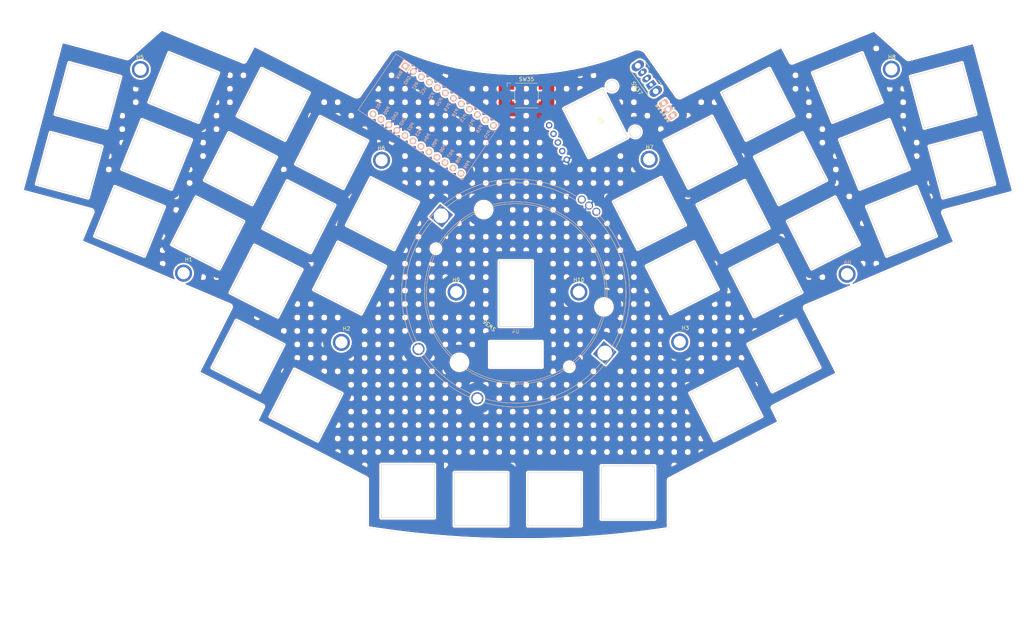
<source format=kicad_pcb>
(kicad_pcb (version 20211014) (generator pcbnew)
  (layers (0 "F.Cu" signal) (31 "B.Cu" signal) (34 "B.Paste" user) (35 "F.Paste" user) (36 "B.SilkS" user "B.Silkscreen") (37 "F.SilkS" user "F.Silkscreen") (38 "B.Mask" user) (39 "F.Mask" user) (44 "Edge.Cuts" user))
  (net 0 "")
  (net 1 "VCC")
  (net 2 "GND")
  (net 3 "row_1")
  (net 4 "row_0")
  (net 5 "row_3")
  (net 6 "row_2")
  (net 7 "MOSI")
  (net 8 "MOTION")
  (net 9 "NCS")
  (net 10 "MISO")
  (net 11 "SCLK")
  (net 12 "EncL")
  (net 13 "EncR")
  (net 14 "SDA")
  (net 15 "SCL")
  (net 16 "SR_CS")
  (net 20 "row_4")
  (net 21 "RESET")
  (net 23 "bat+")
  (net 24 "RAW")
  (footprint "Alaa:14mm-switch-hole" (layer "F.Cu") (at 32.444251 64.695898 -15)
    (fp_text reference "SW7" hide)
    (fp_text value "SW_Push" hide)
    (fp_line (start -6.98 -7.01) (end 7.02 -6.99) (layer "Edge.Cuts") (width 0.12))
    (fp_line (start 7.01 7) (end -6.99 7) (layer "Edge.Cuts") (width 0.12))
    (fp_line (start 7.02 -6.99) (end 7.01 7) (layer "Edge.Cuts") (width 0.12))
    (fp_line (start -6.99 7) (end -6.98 -7.01) (layer "Edge.Cuts") (width 0.12))
  )
  (footprint "Alaa:14mm-switch-hole" (layer "F.Cu") (at 220.353362 114.873321 27)
    (fp_text reference "SW26" hide)
    (fp_text value "SW_Push" hide)
    (fp_line (start -6.98 -7.01) (end 7.02 -6.99) (layer "Edge.Cuts") (width 0.12))
    (fp_line (start 7.01 7) (end -6.99 7) (layer "Edge.Cuts") (width 0.12))
    (fp_line (start -6.99 7) (end -6.98 -7.01) (layer "Edge.Cuts") (width 0.12))
    (fp_line (start 7.02 -6.99) (end 7.01 7) (layer "Edge.Cuts") (width 0.12))
  )
  (footprint "Alaa:MountingHole_M3" (layer "F.Cu") (at 166.447346 98.056076)
    (fp_text reference "H10" (at 0 -3.2) (layer "F.SilkS"))
    (fp_text value "MountingHole_Pad")
    (pad "1" thru_hole circle (at 0 0) (size 4.5 4.5) (drill 3.2) (layers *.Cu *.Mask))
  )
  (footprint "Alaa:14mm-switch-hole" (layer "F.Cu") (at 262.204578 46.342448 15)
    (fp_text reference "SW34" hide)
    (fp_text value "SW_Push" hide)
    (fp_line (start 7.02 -6.99) (end 7.01 7) (layer "Edge.Cuts") (width 0.12))
    (fp_line (start -6.98 -7.01) (end 7.02 -6.99) (layer "Edge.Cuts") (width 0.12))
    (fp_line (start 7.01 7) (end -6.99 7) (layer "Edge.Cuts") (width 0.12))
    (fp_line (start -6.99 7) (end -6.98 -7.01) (layer "Edge.Cuts") (width 0.12))
  )
  (footprint "Alaa:MountingHole_M3" (layer "F.Cu") (at 248.621075 39.43433 -2)
    (fp_text reference "H8" (at 0 -3.2 178) (layer "F.SilkS"))
    (fp_text value "MountingHole_Pad")
    (pad "1" thru_hole circle (at 0 0 358) (size 4.5 4.5) (drill 3.2) (layers *.Cu *.Mask))
  )
  (footprint "Alaa:MountingHole_M3" (layer "F.Cu") (at 134.189343 98.056079)
    (fp_text reference "H9" (at 0 -3.2) (layer "F.SilkS"))
    (fp_text value "MountingHole_Pad")
    (pad "1" thru_hole circle (at 0 0) (size 4.5 4.5) (drill 3.2) (layers *.Cu *.Mask))
  )
  (footprint "Alaa:14mm-switch-hole" (layer "F.Cu") (at 205.080694 127.73142 27)
    (fp_text reference "SW21" hide)
    (fp_text value "SW_Push" hide)
    (fp_line (start -6.98 -7.01) (end 7.02 -6.99) (layer "Edge.Cuts") (width 0.12))
    (fp_line (start 7.02 -6.99) (end 7.01 7) (layer "Edge.Cuts") (width 0.12))
    (fp_line (start -6.99 7) (end -6.98 -7.01) (layer "Edge.Cuts") (width 0.12))
    (fp_line (start 7.01 7) (end -6.99 7) (layer "Edge.Cuts") (width 0.12))
  )
  (footprint "Alaa:14mm-switch-hole" (layer "F.Cu") (at 206.97203 78.185598 27)
    (fp_text reference "SW25" hide)
    (fp_text value "SW_Push" hide)
    (fp_line (start -6.99 7) (end -6.98 -7.01) (layer "Edge.Cuts") (width 0.12))
    (fp_line (start -6.98 -7.01) (end 7.02 -6.99) (layer "Edge.Cuts") (width 0.12))
    (fp_line (start 7.02 -6.99) (end 7.01 7) (layer "Edge.Cuts") (width 0.12))
    (fp_line (start 7.01 7) (end -6.99 7) (layer "Edge.Cuts") (width 0.12))
  )
  (footprint "Alaa:14mm-switch-hole" (layer "F.Cu") (at 86.091612 48.665691 -27)
    (fp_text reference "SW4" hide)
    (fp_text value "SW_Push" hide)
    (fp_line (start 7.02 -6.99) (end 7.01 7) (layer "Edge.Cuts") (width 0.12))
    (fp_line (start -6.98 -7.01) (end 7.02 -6.99) (layer "Edge.Cuts") (width 0.12))
    (fp_line (start -6.99 7) (end -6.98 -7.01) (layer "Edge.Cuts") (width 0.12))
    (fp_line (start 7.01 7) (end -6.99 7) (layer "Edge.Cuts") (width 0.12))
  )
  (footprint "Alaa:14mm-switch-hole" (layer "F.Cu") (at 101.43973 61.330313 -27)
    (fp_text reference "SW8" hide)
    (fp_text value "SW_Push" hide)
    (fp_line (start 7.02 -6.99) (end 7.01 7) (layer "Edge.Cuts") (width 0.12))
    (fp_line (start -6.98 -7.01) (end 7.02 -6.99) (layer "Edge.Cuts") (width 0.12))
    (fp_line (start 7.01 7) (end -6.99 7) (layer "Edge.Cuts") (width 0.12))
    (fp_line (start -6.99 7) (end -6.98 -7.01) (layer "Edge.Cuts") (width 0.12))
  )
  (footprint "Alaa:14mm-switch-hole" (layer "F.Cu") (at 160.040932 152.589385)
    (fp_text reference "SW22" hide)
    (fp_text value "SW_Push" hide)
    (fp_line (start 7.01 7) (end -6.99 7) (layer "Edge.Cuts") (width 0.12))
    (fp_line (start -6.98 -7.01) (end 7.02 -6.99) (layer "Edge.Cuts") (width 0.12))
    (fp_line (start 7.02 -6.99) (end 7.01 7) (layer "Edge.Cuts") (width 0.12))
    (fp_line (start -6.99 7) (end -6.98 -7.01) (layer "Edge.Cuts") (width 0.12))
  )
  (footprint "Alaa:MountingHole_M3" (layer "F.Cu") (at 192.973895 111.098068 -1)
    (fp_text reference "H3" (at 1.388238 -3.568475) (layer "F.SilkS"))
    (fp_text value "MountingHole_Pad")
    (pad "1" thru_hole circle (at 0 0.1 359) (size 4.5 4.5) (drill 3.2) (layers *.Cu *.Mask))
  )
  (footprint "Alaa:14mm-switch-hole" (layer "F.Cu") (at 179.344934 150.811386)
    (fp_text reference "SW27" hide)
    (fp_text value "SW_Push" hide)
    (fp_line (start -6.99 7) (end -6.98 -7.01) (layer "Edge.Cuts") (width 0.12))
    (fp_line (start 7.02 -6.99) (end 7.01 7) (layer "Edge.Cuts") (width 0.12))
    (fp_line (start -6.98 -7.01) (end 7.02 -6.99) (layer "Edge.Cuts") (width 0.12))
    (fp_line (start 7.01 7) (end -6.99 7) (layer "Edge.Cuts") (width 0.12))
  )
  (footprint "Alaa:14mm-switch-hole" (layer "F.Cu") (at 244.146874 61.866371 22)
    (fp_text reference "SW33" hide)
    (fp_text value "SW_Push" hide)
    (fp_line (start -6.99 7) (end -6.98 -7.01) (layer "Edge.Cuts") (width 0.12))
    (fp_line (start 7.01 7) (end -6.99 7) (layer "Edge.Cuts") (width 0.12))
    (fp_line (start 7.02 -6.99) (end 7.01 7) (layer "Edge.Cuts") (width 0.12))
    (fp_line (start -6.98 -7.01) (end 7.02 -6.99) (layer "Edge.Cuts") (width 0.12))
  )
  (footprint "Alaa:MountingHole_M3" (layer "F.Cu") (at 114.577344 63.386078 1)
    (fp_text reference "H6" (at 0 -3.2 1) (layer "F.SilkS"))
    (fp_text value "MountingHole_Pad")
    (pad "1" thru_hole circle (at 0 0 1) (size 4.5 4.5) (drill 3.2) (layers *.Cu *.Mask))
  )
  (footprint "Alaa:14mm-switch-hole" (layer "F.Cu") (at 94.705249 127.805262 -27)
    (fp_text reference "SW16" hide)
    (fp_text value "SW_Push" hide)
    (fp_line (start 7.01 7) (end -6.99 7) (layer "Edge.Cuts") (width 0.12))
    (fp_line (start -6.98 -7.01) (end 7.02 -6.99) (layer "Edge.Cuts") (width 0.12))
    (fp_line (start -6.99 7) (end -6.98 -7.01) (layer "Edge.Cuts") (width 0.12))
    (fp_line (start 7.02 -6.99) (end 7.01 7) (layer "Edge.Cuts") (width 0.12))
  )
  (footprint "Alaa:14mm-switch-hole" (layer "F.Cu") (at 213.483369 48.670943 27)
    (fp_text reference "SW28" hide)
    (fp_text value "SW_Push" hide)
    (fp_line (start -6.98 -7.01) (end 7.02 -6.99) (layer "Edge.Cuts") (width 0.12))
    (fp_line (start 7.02 -6.99) (end 7.01 7) (layer "Edge.Cuts") (width 0.12))
    (fp_line (start -6.99 7) (end -6.98 -7.01) (layer "Edge.Cuts") (width 0.12))
    (fp_line (start 7.01 7) (end -6.99 7) (layer "Edge.Cuts") (width 0.12))
  )
  (footprint "Alaa:14mm-switch-hole" (layer "F.Cu") (at 77.465796 65.594815 -27)
    (fp_text reference "SW5" hide)
    (fp_text value "SW_Push" hide)
    (fp_line (start -6.98 -7.01) (end 7.02 -6.99) (layer "Edge.Cuts") (width 0.12))
    (fp_line (start 7.01 7) (end -6.99 7) (layer "Edge.Cuts") (width 0.12))
    (fp_line (start 7.02 -6.99) (end 7.01 7) (layer "Edge.Cuts") (width 0.12))
    (fp_line (start -6.99 7) (end -6.98 -7.01) (layer "Edge.Cuts") (width 0.12))
  )
  (footprint "Alaa:PERS56v2" (layer "F.Cu") (at 149.843347 98.302077 140)
    (fp_text reference "SW36" (at -0.186125 -10.989441 140 unlocked) (layer "F.SilkS"))
    (fp_text value "RotaryEncoder")
    (fp_circle (center 0 0) (end 29 0) (layer "B.SilkS") (width 0.1) (fill none))
    (fp_circle (center 0 0) (end 24 0) (layer "B.SilkS") (width 0.1) (fill none))
    (fp_circle (center 0 0) (end 30 0) (layer "B.SilkS") (width 0.1) (fill none))
    (fp_circle (center 0 0) (end 23.4935 0) (layer "B.SilkS") (width 0.1) (fill none))
    (fp_circle (center 0 0) (end 23.4935 0) (layer "F.SilkS") (width 0.1) (fill none))
    (fp_circle (center 0 0) (end 24 0) (layer "F.SilkS") (width 0.1) (fill none))
    (fp_circle (center 0 0) (end 29 0) (layer "F.SilkS") (width 0.1) (fill none))
    (fp_circle (center 0 0) (end 30 0) (layer "F.SilkS") (width 0.1) (fill none))
    (pad "" thru_hole circle (at 10.091931 -27.732996 140) (size 3.2 3.2) (drill 2.4) (layers *.Cu *.Mask))
    (pad "" np_thru_hole circle (at -0.399847 -23.484645 140) (size 4.2 4.2) (drill 4.2) (layers F&B.Cu *.Mask))
    (pad "" np_thru_hole circle (at 23.544338 -4.573199 140) (size 2.4 2.4) (drill 2.4) (layers F&B.Cu *.Mask))
    (pad "" thru_hole circle (at -10.094278 -27.7333 140) (size 3.2 3.2) (drill 2.4) (layers *.Cu *.Mask))
    (pad "" np_thru_hole circle (at -23.289742 -5.8064 140) (size 2.4 2.4) (drill 2.4) (layers F&B.Cu *.Mask))
    (pad "" np_thru_hole circle (at -20.134933 12.098289 140) (size 4.2 4.2) (drill 4.2) (layers F&B.Cu *.Mask))
    (pad "" np_thru_hole circle (at 20.548742 11.390354 140) (size 4.2 4.2) (drill 4.2) (layers F&B.Cu *.Mask))
    (pad "A" thru_hole circle (at -2.5 30 140) (size 2.1 2.1) (drill 1.5) (layers *.Cu *.Mask) (net 12 "EncL"))
    (pad "B" thru_hole circle (at 2.5 30 140) (size 2.1 2.1) (drill 1.5) (layers *.Cu *.Mask) (net 13 "EncR"))
    (pad "C" thru_hole circle (at 0 30 140) (size 2.1 2.1) (drill 1.5) (layers *.Cu *.Mask) (net 2 "GND"))
    (pad "MP" thru_hole rect (at -28.095244 2.952929 140) (size 4.4 4.4) (drill oval 3.8 3.9) (layers *.Cu *.Mask))
    (pad "MP" thru_hole rect (at 28.070731 2.95064 140) (size 4.4 4.4) (drill oval 3.8 3.9) (layers *.Cu *.Mask))
  )
  (footprint "Alaa:14mm-switch-hole" (layer "F.Cu") (at 84.188091 95.188563 -27)
    (fp_text reference "SW15" hide)
    (fp_text value "SW_Push" hide)
    (fp_line (start 7.01 7) (end -6.99 7) (layer "Edge.Cuts") (width 0.12))
    (fp_line (start 7.02 -6.99) (end 7.01 7) (layer "Edge.Cuts") (width 0.12))
    (fp_line (start -6.99 7) (end -6.98 -7.01) (layer "Edge.Cuts") (width 0.12))
    (fp_line (start -6.98 -7.01) (end 7.02 -6.99) (layer "Edge.Cuts") (width 0.12))
  )
  (footprint "Alaa:14mm-switch-hole" (layer "F.Cu") (at 267.130802 64.702496 15)
    (fp_text reference "SW31" hide)
    (fp_text value "SW_Push" hide)
    (fp_line (start 7.02 -6.99) (end 7.01 7) (layer "Edge.Cuts") (width 0.12))
    (fp_line (start -6.98 -7.01) (end 7.02 -6.99) (layer "Edge.Cuts") (width 0.12))
    (fp_line (start 7.01 7) (end -6.99 7) (layer "Edge.Cuts") (width 0.12))
    (fp_line (start -6.99 7) (end -6.98 -7.01) (layer "Edge.Cuts") (width 0.12))
  )
  (footprint "Alaa:MountingHole_M3" (layer "F.Cu") (at 104.010023 111.310117 1)
    (fp_text reference "H2" (at 1.388238 -3.568475 2) (layer "F.SilkS"))
    (fp_text value "MountingHole_Pad")
    (pad "1" thru_hole circle (at 0 0 1) (size 4.5 4.5) (drill 3.2) (layers *.Cu *.Mask))
  )
  (footprint "Alaa:14mm-switch-hole" (layer "F.Cu") (at 230.735006 82.52919 27)
    (fp_text reference "SW23" hide)
    (fp_text value "SW_Push" hide)
    (fp_line (start 7.02 -6.99) (end 7.01 7) (layer "Edge.Cuts") (width 0.12))
    (fp_line (start -6.98 -7.01) (end 7.02 -6.99) (layer "Edge.Cuts") (width 0.12))
    (fp_line (start 7.01 7) (end -6.99 7) (layer "Edge.Cuts") (width 0.12))
    (fp_line (start -6.99 7) (end -6.98 -7.01) (layer "Edge.Cuts") (width 0.12))
  )
  (footprint "Alaa:14mm-switch-hole" (layer "F.Cu") (at 48.310756 79.47723 -22)
    (fp_text reference "SW6" hide)
    (fp_text value "SW_Push" hide)
    (fp_line (start 7.01 7) (end -6.99 7) (layer "Edge.Cuts") (width 0.12))
    (fp_line (start 7.02 -6.99) (end 7.01 7) (layer "Edge.Cuts") (width 0.12))
    (fp_line (start -6.98 -7.01) (end 7.02 -6.99) (layer "Edge.Cuts") (width 0.12))
    (fp_line (start -6.99 7) (end -6.98 -7.01) (layer "Edge.Cuts") (width 0.12))
  )
  (footprint "Alaa:14mm-switch-hole" (layer "F.Cu") (at 121.435346 150.469387)
    (fp_text reference "SW12" hide)
    (fp_text value "SW_Push" hide)
    (fp_line (start 7.02 -6.99) (end 7.01 7) (layer "Edge.Cuts") (width 0.12))
    (fp_line (start -6.98 -7.01) (end 7.02 -6.99) (layer "Edge.Cuts") (width 0.12))
    (fp_line (start 7.01 7) (end -6.99 7) (layer "Edge.Cuts") (width 0.12))
    (fp_line (start -6.99 7) (end -6.98 -7.01) (layer "Edge.Cuts") (width 0.12))
  )
  (footprint "Alaa:14mm-switch-hole" (layer "F.Cu") (at 62.545805 44.244244 -22)
    (fp_text reference "SW1" hide)
    (fp_text value "SW_Push" hide)
    (fp_line (start -6.98 -7.01) (end 7.02 -6.99) (layer "Edge.Cuts") (width 0.12))
    (fp_line (start 7.02 -6.99) (end 7.01 7) (layer "Edge.Cuts") (width 0.12))
    (fp_line (start 7.01 7) (end -6.99 7) (layer "Edge.Cuts") (width 0.12))
    (fp_line (start -6.99 7) (end -6.98 -7.01) (layer "Edge.Cuts") (width 0.12))
  )
  (footprint "Alaa:14mm-switch-hole" (layer "F.Cu") (at 79.432579 114.947159 -27)
    (fp_text reference "SW11" hide)
    (fp_text value "SW_Push" hide)
    (fp_line (start -6.98 -7.01) (end 7.02 -6.99) (layer "Edge.Cuts") (width 0.12))
    (fp_line (start 7.02 -6.99) (end 7.01 7) (layer "Edge.Cuts") (width 0.12))
    (fp_line (start -6.99 7) (end -6.98 -7.01) (layer "Edge.Cuts") (width 0.12))
    (fp_line (start 7.01 7) (end -6.99 7) (layer "Edge.Cuts") (width 0.12))
  )
  (footprint "Alaa:14mm-switch-hole" (layer "F.Cu") (at 193.62043 94.30329 27)
    (fp_text reference "SW19" hide)
    (fp_text value "SW_Push" hide)
    (fp_line (start -6.99 7) (end -6.98 -7.01) (layer "Edge.Cuts") (width 0.12))
    (fp_line (start 7.02 -6.99) (end 7.01 7) (layer "Edge.Cuts") (width 0.12))
    (fp_line (start -6.98 -7.01) (end 7.02 -6.99) (layer "Edge.Cuts") (width 0.12))
    (fp_line (start 7.01 7) (end -6.99 7) (layer "Edge.Cuts") (width 0.12))
  )
  (footprint "Alaa:14mm-switch-hole" (layer "F.Cu") (at 37.354302 46.325507 -15)
    (fp_text reference "SW3" hide)
    (fp_text value "SW_Push" hide)
    (fp_line (start 7.01 7) (end -6.99 7) (layer "Edge.Cuts") (width 0.12))
    (fp_line (start -6.99 7) (end -6.98 -7.01) (layer "Edge.Cuts") (width 0.12))
    (fp_line (start -6.98 -7.01) (end 7.02 -6.99) (layer "Edge.Cuts") (width 0.12))
    (fp_line (start 7.02 -6.99) (end 7.01 7) (layer "Edge.Cuts") (width 0.12))
  )
  (footprint "Alaa:14mm-switch-hole" (layer "F.Cu") (at 68.839974 82.52394 -27)
    (fp_text reference "SW10" hide)
    (fp_text value "SW_Push" hide)
    (fp_line (start 7.01 7) (end -6.99 7) (layer "Edge.Cuts") (width 0.12))
    (fp_line (start -6.98 -7.01) (end 7.02 -6.99) (layer "Edge.Cuts") (width 0.12))
    (fp_line (start 7.02 -6.99) (end 7.01 7) (layer "Edge.Cuts") (width 0.12))
    (fp_line (start -6.99 7) (end -6.98 -7.01) (layer "Edge.Cuts") (width 0.12))
  )
  (footprint "Alaa:14mm-switch-hole" (layer "F.Cu") (at 237.02935 44.24988 22)
    (fp_text reference "SW32" hide)
    (fp_text value "SW_Push" hide)
    (fp_line (start -6.99 7) (end -6.98 -7.01) (layer "Edge.Cuts") (width 0.12))
    (fp_line (start 7.02 -6.99) (end 7.01 7) (layer "Edge.Cuts") (width 0.12))
    (fp_line (start 7.01 7) (end -6.99 7) (layer "Edge.Cuts") (width 0.12))
    (fp_line (start -6.98 -7.01) (end 7.02 -6.99) (layer "Edge.Cuts") (width 0.12))
  )
  (footprint "lib:bat" (layer "F.Cu") (at 189.922429 49.971966 -54)
    (fp_text reference "PAD1" hide)
    (fp_text value "" hide)
    (fp_text user "B+" (at 2 1.8 126) (layer "B.SilkS") (effects (font (size 0.8 0.8)) (justify mirror)))
    (fp_text user "B+" (at -2 1.8 126) (layer "B.SilkS") (effects (font (size 0.8 0.8)) (justify mirror)))
    (fp_text user "B-" (at 0 1.8 126) (layer "B.SilkS") (effects (font (size 0.8 0.8)) (justify mirror)))
    (fp_text user "B-" (at 0 1.8 126) (layer "F.SilkS") (effects (font (size 0.8 0.8))))
    (fp_text user "B+" (at -2 1.8 126) (layer "F.SilkS") (effects (font (size 0.8 0.8))))
    (fp_text user "B+" (at 2 1.8 126) (layer "F.SilkS") (effects (font (size 0.8 0.8))))
    (pad "1" thru_hole roundrect locked (at 2 0 306) (size 1.5 2.25) (drill 1.0922) (layers *.Cu *.SilkS *.Mask) (net 23 "bat+"))
    (pad "2" thru_hole roundrect locked (at 0 0 306) (size 1.5 2.25) (drill 1.0922) (layers *.Cu *.SilkS *.Mask) (net 2 "GND"))
    (pad "3" thru_hole roundrect locked (at -2 0 306) (size 1.5 2.25) (drill 1.0922) (layers *.Cu *.SilkS *.Mask) (net 23 "bat+"))
  )
  (footprint "Alaa:14mm-switch-hole" (layer "F.Cu") (at 92.813908 78.259438 -27)
    (fp_text reference "SW9" hide)
    (fp_text value "SW_Push" hide)
    (fp_line (start -6.99 7) (end -6.98 -7.01) (layer "Edge.Cuts") (width 0.12))
    (fp_line (start 7.01 7) (end -6.99 7) (layer "Edge.Cuts") (width 0.12))
    (fp_line (start 7.02 -6.99) (end 7.01 7) (layer "Edge.Cuts") (width 0.12))
    (fp_line (start -6.98 -7.01) (end 7.02 -6.99) (layer "Edge.Cuts") (width 0.12))
  )
  (footprint "Alaa:14mm-switch-hole" (layer "F.Cu") (at 114.79133 77.448007 -27)
    (fp_text reference "SW13" hide)
    (fp_text value "SW_Push" hide)
    (fp_line (start 7.02 -6.99) (end 7.01 7) (layer "Edge.Cuts") (width 0.12))
    (fp_line (start -6.99 7) (end -6.98 -7.01) (layer "Edge.Cuts") (width 0.12))
    (fp_line (start 7.01 7) (end -6.99 7) (layer "Edge.Cuts") (width 0.12))
    (fp_line (start -6.98 -7.01) (end 7.02 -6.99) (layer "Edge.Cuts") (width 0.12))
  )
  (footprint "Alaa:14mm-switch-hole" (layer "F.Cu") (at 184.994612 77.374165 27)
    (fp_text reference "SW18" hide)
    (fp_text value "SW_Push" hide)
    (fp_line (start -6.98 -7.01) (end 7.02 -6.99) (layer "Edge.Cuts") (width 0.12))
    (fp_line (start -6.99 7) (end -6.98 -7.01) (layer "Edge.Cuts") (width 0.12))
    (fp_line (start 7.01 7) (end -6.99 7) (layer "Edge.Cuts") (width 0.12))
    (fp_line (start 7.02 -6.99) (end 7.01 7) (layer "Edge.Cuts") (width 0.12))
  )
  (footprint "Alaa:MountingHole_M3" (layer "F.Cu") (at 62.507345 93.104077 1)
    (fp_text reference "H1" (at 1.388238 -3.568475 2) (layer "F.SilkS"))
    (fp_text value "MountingHole_Pad")
    (pad "1" thru_hole circle (at 0 0 1) (size 4.5 4.5) (drill 3.2) (layers *.Cu *.Mask))
  )
  (footprint "Alaa:14mm-switch-hole" (layer "F.Cu") (at 198.346215 61.256473 27)
    (fp_text reference "SW24" hide)
    (fp_text value "SW_Push" hide)
    (fp_line (start 7.02 -6.99) (end 7.01 7) (layer "Edge.Cuts") (width 0.12))
    (fp_line (start -6.99 7) (end -6.98 -7.01) (layer "Edge.Cuts") (width 0.12))
    (fp_line (start -6.98 -7.01) (end 7.02 -6.99) (layer "Edge.Cuts") (width 0.12))
    (fp_line (start 7.01 7) (end -6.99 7) (layer "Edge.Cuts") (width 0.12))
  )
  (footprint "Alaa:14mm-switch-hole" (layer "F.Cu") (at 140.715344 152.586078)
    (fp_text reference "SW17" hide)
    (fp_text value "SW_Push" hide)
    (fp_line (start -6.98 -7.01) (end 7.02 -6.99) (layer "Edge.Cuts") (width 0.12))
    (fp_line (start 7.02 -6.99) (end 7.01 7) (layer "Edge.Cuts") (width 0.12))
    (fp_line (start 7.01 7) (end -6.99 7) (layer "Edge.Cuts") (width 0.12))
    (fp_line (start -6.99 7) (end -6.98 -7.01) (layer "Edge.Cuts") (width 0.12))
  )
  (footprint "Alaa:MountingHole_M3" (layer "F.Cu") (at 184.935343 63.132079 -2)
    (fp_text reference "H7" (at 0 -3.2 178) (layer "F.SilkS"))
    (fp_text value "MountingHole_Pad")
    (pad "1" thru_hole circle (at 0 0 358) (size 4.5 4.5) (drill 3.2) (layers *.Cu *.Mask))
  )
  (footprint "Alaa:Pimoroni Haptic Buzz DRV2605L Driver" (layer "F.Cu") (at 170.203346 53.988078 -63)
    (fp_text reference "U5" (at 0 -2.33 117) (layer "F.SilkS"))
    (fp_text value "DRV2605L")
    (fp_rect (start -7.21 -6.47) (end 7.21 4.96) (layer "Edge.Cuts") (width 0.12) (fill none))
    (fp_circle (center 6.749967 -8.99) (end 8.249967 -8.98) (layer "Edge.Cuts") (width 0.12) (fill none))
    (fp_circle (center -6.75 -8.99) (end -5.25 -8.98) (layer "Edge.Cuts") (width 0.12) (fill none))
    (pad "1" thru_hole circle (at -5.08 10.4 27) (size 1.7 1.7) (drill 1) (layers *.Cu *.Mask) (net 1 "VCC"))
    (pad "2" thru_hole oval (at -2.54 10.4 27) (size 1.7 1.7) (drill 1) (layers *.Cu *.Mask) (net 14 "SDA"))
    (pad "3" thru_hole oval (at 0 10.4 27) (size 1.7 1.7) (drill 1) (layers *.Cu *.Mask) (net 15 "SCL"))
    (pad "4" thru_hole oval (at 2.54 10.4 27) (size 1.7 1.7) (drill 1) (layers *.Cu *.Mask))
    (pad "5" thru_hole oval (at 5.08 10.4 27) (size 1.7 1.7) (drill 1) (layers *.Cu *.Mask) (net 2 "GND"))
  )
  (footprint "Button_Switch_SMD:SW_SPST_Omron_B3FS-100xP" (layer "F.Cu") (at 152.677347 46.368078)
    (fp_text reference "SW35" (at 0 -4.3) (layer "F.SilkS"))
    (fp_text value "SW_Push")
    (fp_line (start -3.1 -1.3) (end -3.1 1.3) (layer "F.SilkS") (width 0.12))
    (fp_line (start 2.9 -3.25) (end -2.9 -3.25) (layer "F.SilkS") (width 0.12))
    (fp_line (start -5.1 -3.3) (end -4.1 -3.3) (layer "F.SilkS") (width 0.12))
    (fp_line (start 3 3.25) (end -3 3.25) (layer "F.SilkS") (width 0.12))
    (fp_line (start -5.1 -2.3) (end -5.1 -3.3) (layer "F.SilkS") (width 0.12))
    (fp_line (start 3.1 -1.3) (end 3.1 1.3) (layer "F.SilkS") (width 0.12))
    (pad "1" smd rect (at -4 -2.25 180) (size 1.6 1.4) (layers "F.Cu" "F.Paste" "F.Mask") (net 21 "RESET"))
    (pad "1" smd rect (at 4 -2.25 180) (size 1.6 1.4) (layers "F.Cu" "F.Paste" "F.Mask") (net 21 "RESET"))
    (pad "2" smd rect (at -4 2.25 180) (size 1.6 1.4) (layers "F.Cu" "F.Paste" "F.Mask") (net 2 "GND"))
    (pad "2" smd rect (at 4 2.25 180) (size 1.6 1.4) (layers "F.Cu" "F.Paste" "F.Mask") (net 2 "GND"))
  )
  (footprint "Alaa:SW_CuK_OS102011MA1QN1_SPDT_Angled" (layer "F.Cu") (at 185.448489 43.519781 125)
    (fp_text reference "SW37" (at 1.4 -3.6 125) (layer "F.SilkS"))
    (fp_text value "SW_SPDT")
    (fp_line (start -2.3 -2.3) (end 6.3 -2.3) (layer "F.SilkS") (width 0.15))
    (fp_line (start 4 2.3) (end 6.3 2.3) (layer "F.SilkS") (width 0.15))
    (fp_line (start -2.3 2.3) (end -0.1 2.3) (layer "F.SilkS") (width 0.15))
    (pad "" thru_hole oval (at 6.1 0 125) (size 2.2 3.5) (drill 1.5) (layers *.Cu *.Mask))
    (pad "" thru_hole oval (at -2.1 0 125) (size 2.2 3.5) (drill 1.5) (layers *.Cu *.Mask))
    (pad "1" thru_hole rect (at 0 0 125) (size 1.5 2.5) (drill 0.9) (layers *.Cu *.Mask))
    (pad "2" thru_hole oval (at 2 0 125) (size 1.5 2.5) (drill 0.9) (layers *.Cu *.Mask) (net 23 "bat+"))
    (pad "3" thru_hole oval (at 4 0 125) (size 1.5 2.5) (drill 0.9) (layers *.Cu *.Mask) (net 24 "RAW"))
  )
  (footprint "Alaa:14mm-switch-hole" (layer "F.Cu") (at 222.109189 65.600069 27)
    (fp_text reference "SW29" hide)
    (fp_text value "SW_Push" hide)
    (fp_line (start -6.99 7) (end -6.98 -7.01) (layer "Edge.Cuts") (width 0.12))
    (fp_line (start 7.01 7) (end -6.99 7) (layer "Edge.Cuts") (width 0.12))
    (fp_line (start -6.98 -7.01) (end 7.02 -6.99) (layer "Edge.Cuts") (width 0.12))
    (fp_line (start 7.02 -6.99) (end 7.01 7) (layer "Edge.Cuts") (width 0.12))
  )
  (footprint "Alaa:14mm-switch-hole" (layer "F.Cu") (at 251.264399 79.482866 22)
    (fp_text reference "SW30" hide)
    (fp_text value "SW_Push" hide)
    (fp_line (start -6.99 7) (end -6.98 -7.01) (layer "Edge.Cuts") (width 0.12))
    (fp_line (start 7.01 7) (end -6.99 7) (layer "Edge.Cuts") (width 0.12))
    (fp_line (start 7.02 -6.99) (end 7.01 7) (layer "Edge.Cuts") (width 0.12))
    (fp_line (start -6.98 -7.01) (end 7.02 -6.99) (layer "Edge.Cuts") (width 0.12))
  )
  (footprint "Alaa:14mm-switch-hole" (layer "F.Cu") (at 55.42857 61.861145 -22)
    (fp_text reference "SW2" hide)
    (fp_text value "SW_Push" hide)
    (fp_line (start -6.98 -7.01) (end 7.02 -6.99) (layer "Edge.Cuts") (width 0.12))
    (fp_line (start 7.02 -6.99) (end 7.01 7) (layer "Edge.Cuts") (width 0.12))
    (fp_line (start -6.99 7) (end -6.98 -7.01) (layer "Edge.Cuts") (width 0.12))
    (fp_line (start 7.01 7) (end -6.99 7) (layer "Edge.Cuts") (width 0.12))
  )
  (footprint "Alaa:MountingHole_M3" (layer "F.Cu") (at 51.170667 39.497354 2)
    (fp_text reference "H5" (at 0 -3.2 2) (layer "F.SilkS"))
    (fp_text value "MountingHole_Pad")
    (pad "1" thru_hole circle (at 0 0 2) (size 4.5 4.5) (drill 3.2) (layers *.Cu *.Mask))
  )
  (footprint "Alaa:14mm-switch-hole" (layer "F.Cu") (at 215.59785 95.114724 27)
    (fp_text reference "SW20" hide)
    (fp_text value "SW_Push" hide)
    (fp_line (start -6.98 -7.01) (end 7.02 -6.99) (layer "Edge.Cuts") (width 0.12))
    (fp_line (start 7.01 7) (end -6.99 7) (layer "Edge.Cuts") (width 0.12))
    (fp_line (start 7.02 -6.99) (end 7.01 7) (layer "Edge.Cuts") (width 0.12))
    (fp_line (start -6.99 7) (end -6.98 -7.01) (layer "Edge.Cuts") (width 0.12))
  )
  (footprint "Alaa:14mm-switch-hole" (layer "F.Cu") (at 106.165509 94.377129 -27)
    (fp_text reference "SW14" hide)
    (fp_text value "SW_Push" hide)
    (fp_line (start 7.01 7) (end -6.99 7) (layer "Edge.Cuts") (width 0.12))
    (fp_line (start -6.98 -7.01) (end 7.02 -6.99) (layer "Edge.Cuts") (width 0.12))
    (fp_line (start -6.99 7) (end -6.98 -7.01) (layer "Edge.Cuts") (width 0.12))
    (fp_line (start 7.02 -6.99) (end 7.01 7) (layer "Edge.Cuts") (width 0.12))
  )
  (footprint "Alaa:MountingHole_M3" (layer "F.Cu") (at 236.965997 93.358077 -2)
    (fp_text reference "H4" (at 0 -3.2 178) (layer "B.SilkS") (effects (justify mirror)))
    (fp_text value "MountingHole_Pad")
    (pad "1" thru_hole circle (at 0 0 358) (size 4.5 4.5) (drill 3.2) (layers *.Cu *.Mask))
  )
  (footprint "Alaa:ProMicro2" (layer "B.Cu") (at 125.318773 53.272364 -124)
    (fp_text reference "U1" hide)
    (fp_text value "ProMicro_r" hide)
    (fp_text user "P04" (at 2.768 -3.302 56) (layer "B.SilkS") (effects (font (size 0.8 0.8)) (justify mirror)))
    (fp_text user "P14" (at -6.832 -10.922 56) (layer "B.SilkS") (effects (font (size 0.8 0.8)) (justify mirror)))
    (fp_text user "P20" (at -6.832 -0.762 56) (layer "B.SilkS") (effects (font (size 0.8 0.8)) (justify mirror)))
    (fp_text user "RAW" (at -6.832 11.938001 56) (layer "B.SilkS") (effects (font (size 0.8 0.8)) (justify mirror)))
    (fp_text user "P21" (at -6.832 1.778 56) (layer "B.SilkS") (effects (font (size 0.8 0.8)) (justify mirror)))
    (fp_text user "P15" (at -6.832 -8.382 56) (layer "B.SilkS") (effects (font (size 0.8 0.8)) (justify mirror)))
    (fp_text user "GND" (at -6.832 9.398 56) (layer "B.SilkS") (effects (font (size 0.8 0.8)) (justify mirror)))
    (fp_text user "P07" (at 2.768 -10.922 56) (layer "B.SilkS") (effects (font (size 0.8 0.8)) (justify mirror)))
    (fp_text user "P10" (at -6.832 -16.002 56) (layer "B.SilkS") (effects (font (size 0.8 0.8)) (justify mirror)))
    (fp_text user "P18" (at -6.832 -5.842 56) (layer "B.SilkS") (effects (font (size 0.8 0.8)) (justify mirror)))
    (fp_text user "GND" (at 2.768 4.318 56) (layer "B.SilkS") (effects (font (size 0.8 0.8)) (justify mirror)))
    (fp_text user "VCC" (at -6.832 4.318 56) (layer "B.SilkS") (effects (font (size 0.8 0.8)) (justify mirror)))
    (fp_text user "P05" (at 2.768 -5.842 56) (layer "B.SilkS") (effects (font (size 0.8 0.8)) (justify mirror)))
    (fp_text user "P19" (at -6.832 -3.302 56) (layer "B.SilkS") (effects (font (size 0.8 0.8)) (justify mirror)))
    (fp_text user "P01" (at 2.768 11.938 56) (layer "B.SilkS") (effects (font (size 0.8 0.8)) (justify mirror)))
    (fp_text user "P08" (at 2.768 -13.462 56) (layer "B.SilkS") (effects (font (size 0.8 0.8)) (justify mirror)))
    (fp_text user "P03" (at 2.768 -0.762 56) (layer "B.SilkS") (effects (font (size 0.8 0.8)) (justify mirror)))
    (fp_text user "P16" (at -6.832 -13.462 56) (layer "B.SilkS") (effects (font (size 0.8 0.8)) (justify mirror)))
    (fp_text user "P00" (at 2.768 9.398 56) (layer "B.SilkS") (effects (font (size 0.8 0.8)) (justify mirror)))
    (fp_text user "GND" (at 2.768 6.858 56) (layer "B.SilkS") (effects (font (size 0.8 0.8)) (justify mirror)))
    (fp_text user "RST" (at -6.832 6.858 56) (layer "B.SilkS") (effects (font (size 0.8 0.8)) (justify mirror)))
    (fp_text user "P06" (at 2.768 -8.382 56) (layer "B.SilkS") (effects (font (size 0.8 0.8)) (justify mirror)))
    (fp_text user "P09" (at 2.768 -16.002 56) (layer "B.SilkS") (effects (font (size 0.8 0.8)) (justify mirror)))
    (fp_text user "P02" (at 2.768 1.778 56) (layer "B.SilkS") (effects (font (size 0.8 0.8)) (justify mirror)))
    (fp_line (start -10.922 15.748) (end -10.922 -17.272) (layer "B.SilkS") (width 0.15))
    (fp_line (start -8.382 13.208) (end -8.382 10.668) (layer "B.SilkS") (width 0.15))
    (fp_line (start -10.922 -17.272) (end 6.858 -17.272) (layer "B.SilkS") (width 0.15))
    (fp_line (start 6.858 15.748) (end -10.922 15.748) (layer "B.SilkS") (width 0.15))
    (fp_line (start -8.382 10.668) (end -10.922 10.668) (layer "B.SilkS") (width 0.15))
    (fp_line (start 6.858 -17.272) (end 6.858 15.748) (layer "B.SilkS") (width 0.15))
    (fp_line (start -8.382 13.208) (end -10.922 13.208) (layer "B.SilkS") (width 0.15))
    (pad "1" thru_hole circle (at 5.588 11.938 236) (size 1.7526 1.7526) (drill 1.0922) (layers *.Cu *.SilkS *.Mask) (net 8 "MOTION"))
    (pad "2" thru_hole circle (at 5.588 9.398 236) (size 1.7526 1.7526) (drill 1.0922) (layers *.Cu *.SilkS *.Mask) (net 9 "NCS"))
    (pad "3" thru_hole circle (at 5.588 6.858 236) (size 1.7526 1.7526) (drill 1.0922) (layers *.Cu *.SilkS *.Mask) (net 2 "GND"))
    (pad "4" thru_hole circle (at 5.588 4.318 236) (size 1.7526 1.7526) (drill 1.0922) (layers *.Cu *.SilkS *.Mask) (net 2 "GND"))
    (pad "5" thru_hole circle (at 5.588 1.778 236) (size 1.7526 1.7526) (drill 1.0922) (layers *.Cu *.SilkS *.Mask) (net 14 "SDA"))
    (pad "6" thru_hole circle (at 5.588 -0.762 236) (size 1.7526 1.7526) (drill 1.0922) (layers *.Cu *.SilkS *.Mask) (net 15 "SCL"))
    (pad "7" thru_hole circle (at 5.588 -3.302 236) (size 1.7526 1.7526) (drill 1.0922) (layers *.Cu *.SilkS *.Mask) (net 4 "row_0"))
    (pad "8" thru_hole circle (at 5.588 -5.842 236) (size 1.7526 1.7526) (drill 1.0922) (layers *.Cu *.SilkS *.Mask) (net 3 "row_1"))
    (pad "9" thru_hole circle (at 5.588 -8.382 236) (size 1.7526 1.7526) (drill 1.0922) (layers *.Cu *.SilkS *.Mask) (net 6 "row_2"))
    (pad "10" thru_hole circle (at 5.588 -10.922 236) (size 1.7526 1.7526) (drill 1.0922) (layers *.Cu *.SilkS *.Mask) (net 5 "row_3"))
    (pad "11" thru_hole circle (at 5.588 -13.462 236) (size 1.7526 1.7526) (drill 1.0922) (layers *.Cu *.SilkS *.Mask) (net 20 "row_4"))
    (pad "12" thru_hole circle (at 5.588 -16.002 236) (size 1.7526 1.7526) (drill 1.0922) (layers *.Cu *.SilkS *.Mask) (net 16 "SR_CS"))
    (pad "13" thru_hole circle (at -9.652 -16.002 236) (size 1.7526 1.7526) (drill 1.0922) (layers *.Cu *.SilkS *.Mask))
    (pad "14" thru_hole circle (at -9.652 -13.462 236) (size 1.7526 1.7526) (drill 1.0922) (layers *.Cu *.SilkS *.Mask) (net 7 "MOSI"))
    (pad "15" thru_hole circle (at -9.652 -10.922 236) (size 1.7526 1.7526) (drill 1.0922) (layers *.Cu *.SilkS *.Mask) (net 10 "MISO"))
    (pad "16" thru_hole circle (at -9.652 -8.382 236) (size 1.7526 1.7526) (drill 1.0922) (layers *.Cu *.SilkS *.Mask) (net 11 "SCLK"))
    (pad "17" thru_hole circle (at -9.652 -5.842 236) (size 1.7526 1.7526) (drill 1.0922) (layers *.Cu *.SilkS *.Mask))
    (pad "18" thru_hole circle (at -9.652 -3.302 236) (size 1.7526 1.7526) (drill 1.0922) (layers *.Cu *.SilkS *.Mask))
    (pad "19" thru_hole circle (at -9.652 -0.762 236) (size 1.7526 1.7526) (drill 1.0922) (layers *.Cu *.SilkS *.Mask) (net 13 "EncR"))
    (pad "20" thru_hole circle (at -9.652 1.778 236) (size 1.7526 1.7526) (drill 1.0922) (layers *.Cu *.SilkS *.Mask) (net 12 "EncL"))
    (pad "21" thru_hole circle (at -9.652 4.318 236) (size 1.7526 1.7526) (drill 1.0922) (layers *.Cu *.SilkS *.Mask) (net 1 "VCC"))
    (pad "22" thru_hole circle (at -9.652 6.858 236) (size 1.7526 1.7526) (drill 1.0922) (layers *.Cu *.SilkS *.Mask) (net 21 "RESET"))
    (pad "23" thru_hole circle (at -9.652 9.398 236) (size 1.7526 1.7526) (drill 1.0922) (layers *.Cu *.SilkS *.Mask) (net 2 "GND"))
    (pad "24" thru_hole rect (at -9.652 11.938 326) (size 1.7526 1.7526) (drill 1.0922) (layers *.Cu *.SilkS *.Mask) (net 24 "RAW"))
  )
  (footprint "Alaa:PMW3360DM-T2QU" (layer "B.Cu") (at 149.843347 98.302077 -90)
    (fp_text reference "U4" (at 10.16 0 180) (layer "B.SilkS") (effects (justify mirror)))
    (fp_text value "PMW3360DM-T2QU")
    (fp_rect (start -8.44 4.3) (end 8.82 -4.3) (layer "Edge.Cuts") (width 0.12) (fill none))
  )
  (gr_arc (start 38.28629 76.41197) (mid 38.601457 76.685695) (end 38.631345 77.102079) (layer "Edge.Cuts") (width 0.05))
  (gr_arc (start 225.8638 102.502078) (mid 225.81664 102.063035) (end 226.117803 101.740079) (layer "Edge.Cuts") (width 0.05))
  (gr_arc (start 48.16402 36.396732) (mid 47.85198 36.576703) (end 47.491772 36.573744) (layer "Edge.Cuts") (width 0.05))
  (gr_line (start 219.513801 33.446076) (end 193.0978 46.908079) (layer "Edge.Cuts") (width 0.05))
  (gr_line (start 156.741345 117.838076) (end 156.741345 111.138076) (layer "Edge.Cuts") (width 0.05))
  (gr_arc (start 217.372353 128.611521) (mid 217.333683 128.361344) (end 217.481801 128.156077) (layer "Edge.Cuts") (width 0.05))
  (gr_arc (start 219.513801 33.446076) (mid 219.811175 33.48635) (end 220.021801 33.700078) (layer "Edge.Cuts") (width 0.05))
  (gr_arc (start 66.765447 119.520078) (mid 66.494493 119.261861) (end 66.511448 118.887956) (layer "Edge.Cuts") (width 0.05))
  (gr_arc (start 253.325372 36.827742) (mid 252.965166 36.830699) (end 252.653128 36.650731) (layer "Edge.Cuts") (width 0.05))
  (gr_line (start 192.081801 46.400079) (end 184.207801 35.192077) (layer "Edge.Cuts") (width 0.05))
  (gr_line (start 78.211994 37.510078) (end 57.031258 28.923106) (layer "Edge.Cuts") (width 0.05))
  (gr_line (start 243.785888 29.177107) (end 222.605153 37.764079) (layer "Edge.Cuts") (width 0.05))
  (gr_arc (start 219.004402 131.964677) (mid 219.043635 132.268124) (end 218.855518 132.50945) (layer "Edge.Cuts") (width 0.05))
  (gr_arc (start 189.795802 160.414077) (mid 150.398786 163.322882) (end 111.021347 160.160079) (layer "Edge.Cuts") (width 0.05))
  (gr_arc (start 111.021347 160.160079) (mid 110.853127 160.079205) (end 110.783347 159.906076) (layer "Edge.Cuts") (width 0.05))
  (gr_line (start 234.305698 119.141958) (end 225.8638 102.502078) (layer "Edge.Cuts") (width 0.05))
  (gr_arc (start 30.249346 32.684076) (mid 30.529306 32.278531) (end 31.011346 32.176077) (layer "Edge.Cuts") (width 0.05))
  (gr_arc (start 78.763347 37.256079) (mid 78.537159 37.490504) (end 78.211994 37.510078) (layer "Edge.Cuts") (width 0.05))
  (gr_arc (start 80.795345 33.446079) (mid 81.005993 33.232373) (end 81.303346 33.192076) (layer "Edge.Cuts") (width 0.05))
  (gr_line (start 219.004402 131.964677) (end 217.372353 128.611521) (layer "Edge.Cuts") (width 0.05))
  (gr_line (start 38.631345 77.102079) (end 35.583347 84.468078) (layer "Edge.Cuts") (width 0.05))
  (gr_arc (start 35.755299 84.934864) (mid 35.570643 84.737612) (end 35.583347 84.468078) (layer "Edge.Cuts") (width 0.05))
  (gr_arc (start 83.335345 127.902081) (mid 83.483428 128.107375) (end 83.444795 128.357521) (layer "Edge.Cuts") (width 0.05))
  (gr_arc (start 81.961628 132.255452) (mid 81.772989 132.014105) (end 81.812745 131.710678) (layer "Edge.Cuts") (width 0.05))
  (gr_arc (start 190.030935 147.639134) (mid 190.09683 147.378163) (end 190.303802 147.20608) (layer "Edge.Cuts") (width 0.05))
  (gr_line (start 107.719346 46.654078) (end 81.303346 33.192076) (layer "Edge.Cuts") (width 0.05))
  (gr_arc (start 20.400297 71.64797) (mid 20.114905 71.388927) (end 20.089347 71.006078) (layer "Edge.Cuts") (width 0.05))
  (gr_line (start 116.609345 35.192076) (end 108.735344 46.400078) (layer "Edge.Cuts") (width 0.05))
  (gr_line (start 217.481801 128.156077) (end 234.051699 119.774079) (layer "Edge.Cuts") (width 0.05))
  (gr_line (start 190.0338 160.160078) (end 190.030935 147.639134) (layer "Edge.Cuts") (width 0.05))
  (gr_arc (start 269.8058 32.430078) (mid 270.287835 32.532527) (end 270.567801 32.938079) (layer "Edge.Cuts") (width 0.05))
  (gr_arc (start 180.905802 34.149111) (mid 150.408573 40.465271) (end 119.911343 34.149111) (layer "Edge.Cuts") (width 0.05))
  (gr_arc (start 243.785888 29.177107) (mid 244.066337 29.138233) (end 244.323459 29.256771) (layer "Edge.Cuts") (width 0.05))
  (gr_line (start 99.337346 141.110078) (end 110.513347 146.952078) (layer "Edge.Cuts") (width 0.05))
  (gr_line (start 83.444795 128.357521) (end 81.812745 131.710678) (layer "Edge.Cuts") (width 0.05))
  (gr_line (start 74.953346 102.248079) (end 66.511448 118.887956) (layer "Edge.Cuts") (width 0.05))
  (gr_line (start 143.025345 117.838077) (end 156.741345 117.838076) (layer "Edge.Cuts") (width 0.05))
  (gr_line (start 35.755299 84.934864) (end 74.699347 101.486078) (layer "Edge.Cuts") (width 0.05))
  (gr_arc (start 110.513347 146.952078) (mid 110.72033 147.124158) (end 110.786209 147.385138) (layer "Edge.Cuts") (width 0.05))
  (gr_line (start 47.491772 36.573744) (end 31.011346 32.176077) (layer "Edge.Cuts") (width 0.05))
  (gr_line (start 252.653128 36.650731) (end 244.323459 29.256771) (layer "Edge.Cuts") (width 0.05))
  (gr_arc (start 193.0978 46.908079) (mid 192.509918 46.813825) (end 192.081801 46.400079) (layer "Edge.Cuts") (width 0.05))
  (gr_line (start 143.025345 117.838077) (end 143.025345 111.138077) (layer "Edge.Cuts") (width 0.05))
  (gr_arc (start 74.699347 101.486078) (mid 75.00054 101.809002) (end 74.953346 102.248079) (layer "Edge.Cuts") (width 0.05))
  (gr_line (start 226.117803 101.740079) (end 265.061848 85.188864) (layer "Edge.Cuts") (width 0.05))
  (gr_arc (start 180.905802 34.149111) (mid 182.722697 34.145373) (end 184.207801 35.192077) (layer "Edge.Cuts") (width 0.05))
  (gr_line (start 30.249346 32.684076) (end 20.089347 71.006078) (layer "Edge.Cuts") (width 0.05))
  (gr_line (start 56.493685 29.002772) (end 48.16402 36.396732) (layer "Edge.Cuts") (width 0.05))
  (gr_arc (start 222.605153 37.764079) (mid 222.279994 37.744498) (end 222.053801 37.510078) (layer "Edge.Cuts") (width 0.05))
  (gr_line (start 201.479798 141.364078) (end 218.855518 132.50945) (layer "Edge.Cuts") (width 0.05))
  (gr_arc (start 190.0338 160.160078) (mid 189.964006 160.333165) (end 189.795802 160.414077) (layer "Edge.Cuts") (width 0.05))
  (gr_line (start 143.025345 111.138077) (end 156.741345 111.138076) (layer "Edge.Cuts") (width 0.05))
  (gr_line (start 81.961628 132.255452) (end 99.337346 141.110078) (layer "Edge.Cuts") (width 0.05))
  (gr_line (start 20.400297 71.64797) (end 38.28629 76.41197) (layer "Edge.Cuts") (width 0.05))
  (gr_arc (start 280.727802 71.260077) (mid 280.701839 71.643765) (end 280.416848 71.90197) (layer "Edge.Cuts") (width 0.05))
  (gr_arc (start 262.185803 77.356078) (mid 262.215686 76.939703) (end 262.530854 76.66597) (layer "Edge.Cuts") (width 0.05))
  (gr_arc (start 116.609345 35.192076) (mid 118.098376 34.157806) (end 119.911343 34.149111) (layer "Edge.Cuts") (width 0.05))
  (gr_line (start 80.795345 33.446079) (end 78.763347 37.256079) (layer "Edge.Cuts") (width 0.05))
  (gr_arc (start 234.305698 119.141958) (mid 234.322649 119.515859) (end 234.051699 119.774079) (layer "Edge.Cuts") (width 0.05))
  (gr_line (start 262.530854 76.66597) (end 280.416848 71.90197) (layer "Edge.Cuts") (width 0.05))
  (gr_line (start 222.053801 37.510078) (end 220.021801 33.700078) (layer "Edge.Cuts") (width 0.05))
  (gr_arc (start 56.493685 29.002772) (mid 56.750808 28.884233) (end 57.031258 28.923106) (layer "Edge.Cuts") (width 0.05))
  (gr_line (start 269.8058 32.430078) (end 253.325372 36.827742) (layer "Edge.Cuts") (width 0.05))
  (gr_arc (start 265.233802 84.722075) (mid 265.246437 84.991796) (end 265.061848 85.188864) (layer "Edge.Cuts") (width 0.05))
  (gr_line (start 110.786209 147.385138) (end 110.783347 159.906076) (layer "Edge.Cuts") (width 0.05))
  (gr_line (start 265.233802 84.722075) (end 262.185803 77.356078) (layer "Edge.Cuts") (width 0.05))
  (gr_line (start 190.303802 147.20608) (end 201.479798 141.364078) (layer "Edge.Cuts") (width 0.05))
  (gr_line (start 66.765447 119.520078) (end 83.335345 127.902081) (layer "Edge.Cuts") (width 0.05))
  (gr_arc (start 108.735344 46.400078) (mid 108.260512 46.659746) (end 107.719346 46.654078) (layer "Edge.Cuts") (width 0.05))
  (gr_line (start 280.727802 71.260077) (end 270.567801 32.938079) (layer "Edge.Cuts") (width 0.05))
  (zone (net 2) (net_name "GND") (layers F&B.Cu) (connect_pads (clearance 0.508)) (min_thickness 0.254) (fill yes (mode hatch) (thermal_gap 0.508) (thermal_bridge_width 0.508) (island_removal_mode 1) (island_area_min 0) (hatch_thickness 2.016) (hatch_gap 1.524) (hatch_orientation 0) (hatch_smoothing_level 3) (hatch_smoothing_value 1) (hatch_border_algorithm hatch_thickness) (hatch_min_hole_area 0.3))
    (polygon (pts (xy 282.979345 188.862079) (xy 14.247345 189.370077) (xy 14.247344 21.222079) (xy 283.487347 21.222076)))
  )
)
</source>
